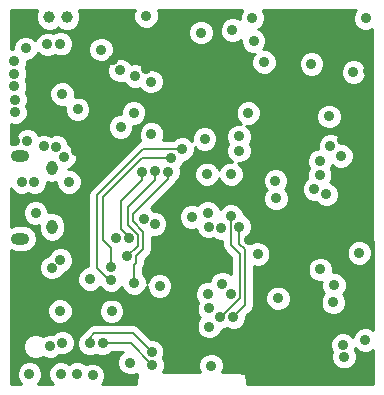
<source format=gbr>
G04 #@! TF.FileFunction,Copper,L3,Inr,Plane*
%FSLAX46Y46*%
G04 Gerber Fmt 4.6, Leading zero omitted, Abs format (unit mm)*
G04 Created by KiCad (PCBNEW (2015-01-16 BZR 5376)-product) date 07/04/2015 12:08:15*
%MOMM*%
G01*
G04 APERTURE LIST*
%ADD10C,0.100000*%
%ADD11O,0.950000X1.250000*%
%ADD12O,1.550000X1.000000*%
%ADD13C,1.000760*%
%ADD14C,0.889000*%
%ADD15C,0.203200*%
%ADD16C,0.254000*%
G04 APERTURE END LIST*
D10*
D11*
X74200000Y-39000000D03*
X74200000Y-34000000D03*
D12*
X71500000Y-40000000D03*
X71500000Y-33000000D03*
D13*
X73950700Y-21250000D03*
X75449300Y-21250000D03*
D14*
X74025000Y-49125000D03*
X97400000Y-36250000D03*
X74175000Y-42450000D03*
X74900000Y-41825000D03*
X75050000Y-48800000D03*
X100700000Y-48600000D03*
X98650000Y-33000000D03*
X78350000Y-24000000D03*
X76350000Y-29050000D03*
X72100000Y-31750000D03*
X75200000Y-33100000D03*
X82150000Y-21150000D03*
X87500000Y-47450000D03*
X87500000Y-45900000D03*
X93300000Y-45050000D03*
X98900000Y-50000000D03*
X96900000Y-42600000D03*
X87100000Y-31550000D03*
X86800000Y-22550000D03*
X92150000Y-25050000D03*
X91150000Y-21300000D03*
X89350000Y-34550000D03*
X75050000Y-27750000D03*
X71950000Y-23900000D03*
X72275000Y-51475000D03*
X74850000Y-46125000D03*
X71625000Y-35200000D03*
X72700000Y-35200000D03*
X100200000Y-41200000D03*
X91600000Y-41300000D03*
X87300000Y-34550000D03*
X87650000Y-50750000D03*
X79225000Y-46150000D03*
X96150000Y-25200000D03*
X96850000Y-33450000D03*
X99700000Y-25900000D03*
X98800000Y-49000000D03*
X75625000Y-35200000D03*
X79625000Y-39975000D03*
X97650000Y-29650000D03*
X89450000Y-22350000D03*
X96400000Y-35800000D03*
X80800000Y-50500000D03*
X100750000Y-21350000D03*
X72800000Y-37825000D03*
X77400000Y-43425000D03*
X96200000Y-48000000D03*
X97200000Y-46600000D03*
X71800000Y-42825000D03*
X72025000Y-43775000D03*
X83200000Y-45900000D03*
X85100000Y-28000000D03*
X100900000Y-25800000D03*
X100300000Y-38400000D03*
X84400000Y-38775000D03*
X93200000Y-23550000D03*
X86750000Y-21200000D03*
X98750000Y-31650000D03*
X83200000Y-47450000D03*
X77400000Y-32550000D03*
X76200000Y-32550000D03*
X71050000Y-31750000D03*
X79350000Y-24850000D03*
X95400000Y-41700000D03*
X98700000Y-41200000D03*
X90900000Y-40125000D03*
X82150000Y-25600000D03*
X86000000Y-38150000D03*
X71050000Y-28250000D03*
X71050000Y-29300000D03*
X73800000Y-23550000D03*
X74900000Y-23500000D03*
X98000000Y-45400000D03*
X98075000Y-43925000D03*
X88500000Y-39125000D03*
X87350000Y-44700000D03*
X89350000Y-44700000D03*
X87450000Y-38975000D03*
X87375000Y-37825000D03*
X82875000Y-38750000D03*
X81950000Y-38300000D03*
X97750000Y-32150000D03*
X96850000Y-34600000D03*
X82600000Y-31150000D03*
X82550000Y-26700000D03*
X80000000Y-30550000D03*
X79950000Y-25750000D03*
X82900000Y-34300000D03*
X80550000Y-41500000D03*
X76300000Y-51450000D03*
X80700000Y-39950000D03*
X81775000Y-34350000D03*
X74925000Y-51450000D03*
X77375000Y-48875000D03*
X82625000Y-49575000D03*
X88400000Y-46625000D03*
X89325000Y-38075000D03*
X81150000Y-43750000D03*
X77625000Y-51575000D03*
X84000000Y-34325000D03*
X90800000Y-29350000D03*
X91250000Y-23250000D03*
X81100000Y-29350000D03*
X81200000Y-26250000D03*
X71000000Y-27100000D03*
X71000000Y-25000000D03*
X71000000Y-26050000D03*
X73500000Y-32200000D03*
X74550000Y-32250000D03*
X88600000Y-43800000D03*
X83300000Y-44000000D03*
X89550000Y-46625000D03*
X82650000Y-50700000D03*
X78475000Y-48875000D03*
X90050000Y-38975000D03*
X79200000Y-42400000D03*
X84300000Y-33200000D03*
X79200000Y-43500000D03*
X85200000Y-32400000D03*
X90000000Y-31350000D03*
X90000000Y-32550000D03*
X93100000Y-35100000D03*
X93150000Y-36600000D03*
D15*
X82900000Y-34300000D02*
X82900000Y-35000000D01*
X82900000Y-35000000D02*
X80600000Y-37300000D01*
X80600000Y-37300000D02*
X80600000Y-38850000D01*
X80600000Y-38850000D02*
X81450000Y-39700000D01*
X81450000Y-39700000D02*
X81450000Y-40600000D01*
X81450000Y-40600000D02*
X80550000Y-41500000D01*
X80050000Y-39200000D02*
X80700000Y-39850000D01*
X80050000Y-36800000D02*
X80050000Y-39200000D01*
X80700000Y-39850000D02*
X80700000Y-39950000D01*
X81775000Y-35075000D02*
X80050000Y-36800000D01*
X81775000Y-34350000D02*
X81775000Y-35075000D01*
X77375000Y-48875000D02*
X77375000Y-48375000D01*
X81050000Y-48000000D02*
X82625000Y-49575000D01*
X77750000Y-48000000D02*
X81050000Y-48000000D01*
X77375000Y-48375000D02*
X77750000Y-48000000D01*
X88500000Y-46625000D02*
X90100000Y-45025000D01*
X90100000Y-45025000D02*
X90100000Y-42575000D01*
X88400000Y-46625000D02*
X88500000Y-46625000D01*
X90100000Y-41300000D02*
X90100000Y-42575000D01*
X89325000Y-40525000D02*
X89325000Y-38075000D01*
X90100000Y-41300000D02*
X89325000Y-40525000D01*
X81325000Y-41500000D02*
X81925000Y-40900000D01*
X81325000Y-41500000D02*
X81325000Y-42025000D01*
X81325000Y-42025000D02*
X81150000Y-42200000D01*
X81150000Y-42200000D02*
X81150000Y-43750000D01*
X84000000Y-34975000D02*
X81050000Y-37925000D01*
X81050000Y-37925000D02*
X81050000Y-38525000D01*
X81925000Y-39400000D02*
X81925000Y-40900000D01*
X81050000Y-38525000D02*
X81925000Y-39400000D01*
X84000000Y-34975000D02*
X84000000Y-34325000D01*
X82650000Y-50675000D02*
X82650000Y-50700000D01*
X78475000Y-48875000D02*
X80850000Y-48875000D01*
X80850000Y-48875000D02*
X82650000Y-50675000D01*
X89550000Y-46625000D02*
X90275000Y-45900000D01*
X90525000Y-45650000D02*
X90525000Y-40900000D01*
X90525000Y-45650000D02*
X90275000Y-45900000D01*
X90050000Y-40425000D02*
X90050000Y-38975000D01*
X90525000Y-40900000D02*
X90050000Y-40425000D01*
X79200000Y-42400000D02*
X79200000Y-40800000D01*
X81800000Y-33200000D02*
X84300000Y-33200000D01*
X78500000Y-36500000D02*
X81800000Y-33200000D01*
X78500000Y-40100000D02*
X78500000Y-36500000D01*
X79200000Y-40800000D02*
X78500000Y-40100000D01*
X79200000Y-43500000D02*
X79000000Y-43500000D01*
X79000000Y-43500000D02*
X78000000Y-42500000D01*
X78000000Y-42500000D02*
X78000000Y-36300000D01*
X78000000Y-36300000D02*
X81900000Y-32400000D01*
X81900000Y-32400000D02*
X85200000Y-32400000D01*
D16*
G36*
X101373000Y-52315000D02*
X94379687Y-52315000D01*
X94379687Y-44836216D01*
X94229687Y-44473188D01*
X94229687Y-36386216D01*
X94065689Y-35989311D01*
X93901687Y-35825023D01*
X94014622Y-35712286D01*
X94179313Y-35315668D01*
X94179687Y-34886216D01*
X94015689Y-34489311D01*
X93712286Y-34185378D01*
X93315668Y-34020687D01*
X92886216Y-34020313D01*
X92489311Y-34184311D01*
X92185378Y-34487714D01*
X92020687Y-34884332D01*
X92020313Y-35313784D01*
X92184311Y-35710689D01*
X92348312Y-35874976D01*
X92235378Y-35987714D01*
X92070687Y-36384332D01*
X92070313Y-36813784D01*
X92234311Y-37210689D01*
X92537714Y-37514622D01*
X92934332Y-37679313D01*
X93363784Y-37679687D01*
X93760689Y-37515689D01*
X94064622Y-37212286D01*
X94229313Y-36815668D01*
X94229687Y-36386216D01*
X94229687Y-44473188D01*
X94215689Y-44439311D01*
X93912286Y-44135378D01*
X93515668Y-43970687D01*
X93086216Y-43970313D01*
X92689311Y-44134311D01*
X92679687Y-44143918D01*
X92679687Y-41086216D01*
X92515689Y-40689311D01*
X92212286Y-40385378D01*
X91879687Y-40247270D01*
X91879687Y-29136216D01*
X91715689Y-28739311D01*
X91412286Y-28435378D01*
X91015668Y-28270687D01*
X90586216Y-28270313D01*
X90189311Y-28434311D01*
X89885378Y-28737714D01*
X89720687Y-29134332D01*
X89720313Y-29563784D01*
X89884311Y-29960689D01*
X90187714Y-30264622D01*
X90202292Y-30270675D01*
X89786216Y-30270313D01*
X89389311Y-30434311D01*
X89085378Y-30737714D01*
X88920687Y-31134332D01*
X88920313Y-31563784D01*
X89080084Y-31950461D01*
X88920687Y-32334332D01*
X88920313Y-32763784D01*
X89084311Y-33160689D01*
X89387714Y-33464622D01*
X89401976Y-33470544D01*
X89136216Y-33470313D01*
X88739311Y-33634311D01*
X88435378Y-33937714D01*
X88324931Y-34203697D01*
X88215689Y-33939311D01*
X88179687Y-33903246D01*
X88179687Y-31336216D01*
X88015689Y-30939311D01*
X87879687Y-30803071D01*
X87879687Y-22336216D01*
X87715689Y-21939311D01*
X87412286Y-21635378D01*
X87015668Y-21470687D01*
X86586216Y-21470313D01*
X86189311Y-21634311D01*
X85885378Y-21937714D01*
X85720687Y-22334332D01*
X85720313Y-22763784D01*
X85884311Y-23160689D01*
X86187714Y-23464622D01*
X86584332Y-23629313D01*
X87013784Y-23629687D01*
X87410689Y-23465689D01*
X87714622Y-23162286D01*
X87879313Y-22765668D01*
X87879687Y-22336216D01*
X87879687Y-30803071D01*
X87712286Y-30635378D01*
X87315668Y-30470687D01*
X86886216Y-30470313D01*
X86489311Y-30634311D01*
X86185378Y-30937714D01*
X86020687Y-31334332D01*
X86020373Y-31693829D01*
X85812286Y-31485378D01*
X85415668Y-31320687D01*
X84986216Y-31320313D01*
X84589311Y-31484311D01*
X84409909Y-31663400D01*
X83555683Y-31663400D01*
X83679313Y-31365668D01*
X83679687Y-30936216D01*
X83629687Y-30815206D01*
X83629687Y-26486216D01*
X83465689Y-26089311D01*
X83162286Y-25785378D01*
X82765668Y-25620687D01*
X82336216Y-25620313D01*
X82141143Y-25700915D01*
X82115689Y-25639311D01*
X81812286Y-25335378D01*
X81415668Y-25170687D01*
X80986216Y-25170313D01*
X80894207Y-25208330D01*
X80865689Y-25139311D01*
X80562286Y-24835378D01*
X80165668Y-24670687D01*
X79736216Y-24670313D01*
X79429687Y-24796968D01*
X79429687Y-23786216D01*
X79265689Y-23389311D01*
X78962286Y-23085378D01*
X78565668Y-22920687D01*
X78136216Y-22920313D01*
X77739311Y-23084311D01*
X77435378Y-23387714D01*
X77270687Y-23784332D01*
X77270313Y-24213784D01*
X77434311Y-24610689D01*
X77737714Y-24914622D01*
X78134332Y-25079313D01*
X78563784Y-25079687D01*
X78960689Y-24915689D01*
X79264622Y-24612286D01*
X79429313Y-24215668D01*
X79429687Y-23786216D01*
X79429687Y-24796968D01*
X79339311Y-24834311D01*
X79035378Y-25137714D01*
X78870687Y-25534332D01*
X78870313Y-25963784D01*
X79034311Y-26360689D01*
X79337714Y-26664622D01*
X79734332Y-26829313D01*
X80163784Y-26829687D01*
X80255792Y-26791669D01*
X80284311Y-26860689D01*
X80587714Y-27164622D01*
X80984332Y-27329313D01*
X81413784Y-27329687D01*
X81608856Y-27249084D01*
X81634311Y-27310689D01*
X81937714Y-27614622D01*
X82334332Y-27779313D01*
X82763784Y-27779687D01*
X83160689Y-27615689D01*
X83464622Y-27312286D01*
X83629313Y-26915668D01*
X83629687Y-26486216D01*
X83629687Y-30815206D01*
X83515689Y-30539311D01*
X83212286Y-30235378D01*
X82815668Y-30070687D01*
X82386216Y-30070313D01*
X82179687Y-30155649D01*
X82179687Y-29136216D01*
X82015689Y-28739311D01*
X81712286Y-28435378D01*
X81315668Y-28270687D01*
X80886216Y-28270313D01*
X80489311Y-28434311D01*
X80185378Y-28737714D01*
X80020687Y-29134332D01*
X80020394Y-29470516D01*
X79786216Y-29470313D01*
X79389311Y-29634311D01*
X79085378Y-29937714D01*
X78920687Y-30334332D01*
X78920313Y-30763784D01*
X79084311Y-31160689D01*
X79387714Y-31464622D01*
X79784332Y-31629313D01*
X80213784Y-31629687D01*
X80610689Y-31465689D01*
X80914622Y-31162286D01*
X81079313Y-30765668D01*
X81079605Y-30429483D01*
X81313784Y-30429687D01*
X81710689Y-30265689D01*
X82014622Y-29962286D01*
X82179313Y-29565668D01*
X82179687Y-29136216D01*
X82179687Y-30155649D01*
X81989311Y-30234311D01*
X81685378Y-30537714D01*
X81520687Y-30934332D01*
X81520313Y-31363784D01*
X81663545Y-31710433D01*
X81618115Y-31719470D01*
X81379145Y-31879145D01*
X77479145Y-35779145D01*
X77429687Y-35853163D01*
X77429687Y-28836216D01*
X77265689Y-28439311D01*
X76962286Y-28135378D01*
X76565668Y-27970687D01*
X76136216Y-27970313D01*
X76125555Y-27974718D01*
X76129313Y-27965668D01*
X76129687Y-27536216D01*
X75965689Y-27139311D01*
X75662286Y-26835378D01*
X75265668Y-26670687D01*
X74836216Y-26670313D01*
X74439311Y-26834311D01*
X74135378Y-27137714D01*
X73970687Y-27534332D01*
X73970313Y-27963784D01*
X74134311Y-28360689D01*
X74437714Y-28664622D01*
X74834332Y-28829313D01*
X75263784Y-28829687D01*
X75274444Y-28825281D01*
X75270687Y-28834332D01*
X75270313Y-29263784D01*
X75434311Y-29660689D01*
X75737714Y-29964622D01*
X76134332Y-30129313D01*
X76563784Y-30129687D01*
X76960689Y-29965689D01*
X77264622Y-29662286D01*
X77429313Y-29265668D01*
X77429687Y-28836216D01*
X77429687Y-35853163D01*
X77319470Y-36018115D01*
X77263400Y-36300000D01*
X77263400Y-42345380D01*
X77186216Y-42345313D01*
X76789311Y-42509311D01*
X76485378Y-42812714D01*
X76320687Y-43209332D01*
X76320313Y-43638784D01*
X76484311Y-44035689D01*
X76787714Y-44339622D01*
X77184332Y-44504313D01*
X77613784Y-44504687D01*
X78010689Y-44340689D01*
X78271689Y-44080143D01*
X78284311Y-44110689D01*
X78587714Y-44414622D01*
X78984332Y-44579313D01*
X79413784Y-44579687D01*
X79810689Y-44415689D01*
X80114622Y-44112286D01*
X80123168Y-44091703D01*
X80234311Y-44360689D01*
X80537714Y-44664622D01*
X80934332Y-44829313D01*
X81363784Y-44829687D01*
X81760689Y-44665689D01*
X82064622Y-44362286D01*
X82220510Y-43986866D01*
X82220313Y-44213784D01*
X82384311Y-44610689D01*
X82687714Y-44914622D01*
X83084332Y-45079313D01*
X83513784Y-45079687D01*
X83910689Y-44915689D01*
X84214622Y-44612286D01*
X84379313Y-44215668D01*
X84379687Y-43786216D01*
X84215689Y-43389311D01*
X83912286Y-43085378D01*
X83515668Y-42920687D01*
X83086216Y-42920313D01*
X82689311Y-43084311D01*
X82385378Y-43387714D01*
X82229489Y-43763133D01*
X82229687Y-43536216D01*
X82065689Y-43139311D01*
X81886600Y-42959909D01*
X81886600Y-42484875D01*
X82005530Y-42306885D01*
X82061600Y-42025000D01*
X82061600Y-41805110D01*
X82445855Y-41420855D01*
X82605530Y-41181885D01*
X82661600Y-40900000D01*
X82661600Y-39829314D01*
X83088784Y-39829687D01*
X83485689Y-39665689D01*
X83789622Y-39362286D01*
X83954313Y-38965668D01*
X83954687Y-38536216D01*
X83790689Y-38139311D01*
X83487286Y-37835378D01*
X83090668Y-37670687D01*
X82846885Y-37670474D01*
X82596778Y-37419931D01*
X84520855Y-35495855D01*
X84680530Y-35256885D01*
X84701853Y-35149683D01*
X84914622Y-34937286D01*
X85079313Y-34540668D01*
X85079687Y-34111216D01*
X85031644Y-33994944D01*
X85214622Y-33812286D01*
X85352751Y-33479633D01*
X85413784Y-33479687D01*
X85810689Y-33315689D01*
X86114622Y-33012286D01*
X86279313Y-32615668D01*
X86279626Y-32256170D01*
X86487714Y-32464622D01*
X86884332Y-32629313D01*
X87313784Y-32629687D01*
X87710689Y-32465689D01*
X88014622Y-32162286D01*
X88179313Y-31765668D01*
X88179687Y-31336216D01*
X88179687Y-33903246D01*
X87912286Y-33635378D01*
X87515668Y-33470687D01*
X87086216Y-33470313D01*
X86689311Y-33634311D01*
X86385378Y-33937714D01*
X86220687Y-34334332D01*
X86220313Y-34763784D01*
X86384311Y-35160689D01*
X86687714Y-35464622D01*
X87084332Y-35629313D01*
X87513784Y-35629687D01*
X87910689Y-35465689D01*
X88214622Y-35162286D01*
X88325068Y-34896302D01*
X88434311Y-35160689D01*
X88737714Y-35464622D01*
X89134332Y-35629313D01*
X89563784Y-35629687D01*
X89960689Y-35465689D01*
X90264622Y-35162286D01*
X90429313Y-34765668D01*
X90429687Y-34336216D01*
X90265689Y-33939311D01*
X89962286Y-33635378D01*
X89948023Y-33629455D01*
X90213784Y-33629687D01*
X90610689Y-33465689D01*
X90914622Y-33162286D01*
X91079313Y-32765668D01*
X91079687Y-32336216D01*
X90919915Y-31949538D01*
X91079313Y-31565668D01*
X91079687Y-31136216D01*
X90915689Y-30739311D01*
X90612286Y-30435378D01*
X90597707Y-30429324D01*
X91013784Y-30429687D01*
X91410689Y-30265689D01*
X91714622Y-29962286D01*
X91879313Y-29565668D01*
X91879687Y-29136216D01*
X91879687Y-40247270D01*
X91815668Y-40220687D01*
X91386216Y-40220313D01*
X91032978Y-40366268D01*
X90786600Y-40119890D01*
X90786600Y-39764997D01*
X90964622Y-39587286D01*
X91129313Y-39190668D01*
X91129687Y-38761216D01*
X90965689Y-38364311D01*
X90662286Y-38060378D01*
X90404606Y-37953379D01*
X90404687Y-37861216D01*
X90240689Y-37464311D01*
X89937286Y-37160378D01*
X89540668Y-36995687D01*
X89111216Y-36995313D01*
X88714311Y-37159311D01*
X88410378Y-37462714D01*
X88401831Y-37483296D01*
X88290689Y-37214311D01*
X87987286Y-36910378D01*
X87590668Y-36745687D01*
X87161216Y-36745313D01*
X86764311Y-36909311D01*
X86488969Y-37184172D01*
X86215668Y-37070687D01*
X85786216Y-37070313D01*
X85389311Y-37234311D01*
X85085378Y-37537714D01*
X84920687Y-37934332D01*
X84920313Y-38363784D01*
X85084311Y-38760689D01*
X85387714Y-39064622D01*
X85784332Y-39229313D01*
X86213784Y-39229687D01*
X86370333Y-39165001D01*
X86370313Y-39188784D01*
X86534311Y-39585689D01*
X86837714Y-39889622D01*
X87234332Y-40054313D01*
X87663784Y-40054687D01*
X87832968Y-39984781D01*
X87887714Y-40039622D01*
X88284332Y-40204313D01*
X88588400Y-40204577D01*
X88588400Y-40525000D01*
X88644470Y-40806885D01*
X88804145Y-41045855D01*
X89363400Y-41605110D01*
X89363400Y-42575000D01*
X89363400Y-43036755D01*
X89212286Y-42885378D01*
X88815668Y-42720687D01*
X88386216Y-42720313D01*
X87989311Y-42884311D01*
X87685378Y-43187714D01*
X87520687Y-43584332D01*
X87520655Y-43620647D01*
X87136216Y-43620313D01*
X86739311Y-43784311D01*
X86435378Y-44087714D01*
X86270687Y-44484332D01*
X86270313Y-44913784D01*
X86434311Y-45310689D01*
X86534261Y-45410814D01*
X86420687Y-45684332D01*
X86420313Y-46113784D01*
X86584311Y-46510689D01*
X86748355Y-46675020D01*
X86585378Y-46837714D01*
X86420687Y-47234332D01*
X86420313Y-47663784D01*
X86584311Y-48060689D01*
X86887714Y-48364622D01*
X87284332Y-48529313D01*
X87713784Y-48529687D01*
X88110689Y-48365689D01*
X88414622Y-48062286D01*
X88563129Y-47704642D01*
X88613784Y-47704687D01*
X88975399Y-47555270D01*
X89334332Y-47704313D01*
X89763784Y-47704687D01*
X90160689Y-47540689D01*
X90464622Y-47237286D01*
X90629313Y-46840668D01*
X90629533Y-46587176D01*
X90795855Y-46420855D01*
X91045855Y-46170855D01*
X91205530Y-45931885D01*
X91261600Y-45650000D01*
X91261600Y-42328349D01*
X91384332Y-42379313D01*
X91813784Y-42379687D01*
X92210689Y-42215689D01*
X92514622Y-41912286D01*
X92679313Y-41515668D01*
X92679687Y-41086216D01*
X92679687Y-44143918D01*
X92385378Y-44437714D01*
X92220687Y-44834332D01*
X92220313Y-45263784D01*
X92384311Y-45660689D01*
X92687714Y-45964622D01*
X93084332Y-46129313D01*
X93513784Y-46129687D01*
X93910689Y-45965689D01*
X94214622Y-45662286D01*
X94379313Y-45265668D01*
X94379687Y-44836216D01*
X94379687Y-52315000D01*
X90685000Y-52315000D01*
X90685000Y-52000000D01*
X90632857Y-51737862D01*
X90627000Y-51729096D01*
X90627000Y-51373000D01*
X90270903Y-51373000D01*
X90262138Y-51367143D01*
X90000000Y-51315000D01*
X88584256Y-51315000D01*
X88729313Y-50965668D01*
X88729687Y-50536216D01*
X88565689Y-50139311D01*
X88262286Y-49835378D01*
X87865668Y-49670687D01*
X87436216Y-49670313D01*
X87039311Y-49834311D01*
X86735378Y-50137714D01*
X86570687Y-50534332D01*
X86570313Y-50963784D01*
X86715432Y-51315000D01*
X83561903Y-51315000D01*
X83564622Y-51312286D01*
X83729313Y-50915668D01*
X83729687Y-50486216D01*
X83572978Y-50106953D01*
X83704313Y-49790668D01*
X83704687Y-49361216D01*
X83540689Y-48964311D01*
X83237286Y-48660378D01*
X82840668Y-48495687D01*
X82587176Y-48495466D01*
X81570855Y-47479145D01*
X81331885Y-47319470D01*
X81050000Y-47263400D01*
X80304687Y-47263400D01*
X80304687Y-45936216D01*
X80140689Y-45539311D01*
X79837286Y-45235378D01*
X79440668Y-45070687D01*
X79011216Y-45070313D01*
X78614311Y-45234311D01*
X78310378Y-45537714D01*
X78145687Y-45934332D01*
X78145313Y-46363784D01*
X78309311Y-46760689D01*
X78612714Y-47064622D01*
X79009332Y-47229313D01*
X79438784Y-47229687D01*
X79835689Y-47065689D01*
X80139622Y-46762286D01*
X80304313Y-46365668D01*
X80304687Y-45936216D01*
X80304687Y-47263400D01*
X77750000Y-47263400D01*
X77468115Y-47319470D01*
X77229145Y-47479145D01*
X76854145Y-47854145D01*
X76791336Y-47948144D01*
X76764311Y-47959311D01*
X76460378Y-48262714D01*
X76295687Y-48659332D01*
X76295313Y-49088784D01*
X76459311Y-49485689D01*
X76762714Y-49789622D01*
X77159332Y-49954313D01*
X77588784Y-49954687D01*
X77925337Y-49815625D01*
X78259332Y-49954313D01*
X78688784Y-49954687D01*
X79085689Y-49790689D01*
X79265090Y-49611600D01*
X80161974Y-49611600D01*
X79885378Y-49887714D01*
X79720687Y-50284332D01*
X79720313Y-50713784D01*
X79884311Y-51110689D01*
X80187714Y-51414622D01*
X80584332Y-51579313D01*
X81013784Y-51579687D01*
X81373000Y-51431261D01*
X81373000Y-51729096D01*
X81367143Y-51737862D01*
X81315000Y-52000000D01*
X81315000Y-52315000D01*
X78411684Y-52315000D01*
X78539622Y-52187286D01*
X78704313Y-51790668D01*
X78704687Y-51361216D01*
X78540689Y-50964311D01*
X78237286Y-50660378D01*
X77840668Y-50495687D01*
X77411216Y-50495313D01*
X77029668Y-50652965D01*
X76912286Y-50535378D01*
X76515668Y-50370687D01*
X76129687Y-50370350D01*
X76129687Y-48586216D01*
X75979687Y-48223188D01*
X75979687Y-41611216D01*
X75815689Y-41214311D01*
X75512286Y-40910378D01*
X75310000Y-40826381D01*
X75310000Y-39174685D01*
X75310000Y-38825315D01*
X75225506Y-38400536D01*
X74984889Y-38040426D01*
X74624779Y-37799809D01*
X74200000Y-37715315D01*
X73879540Y-37779058D01*
X73879687Y-37611216D01*
X73715689Y-37214311D01*
X73412286Y-36910378D01*
X73015668Y-36745687D01*
X72586216Y-36745313D01*
X72189311Y-36909311D01*
X71885378Y-37212714D01*
X71720687Y-37609332D01*
X71720313Y-38038784D01*
X71884311Y-38435689D01*
X72187714Y-38739622D01*
X72584332Y-38904313D01*
X73013784Y-38904687D01*
X73090000Y-38873195D01*
X73090000Y-39174685D01*
X73174494Y-39599464D01*
X73415111Y-39959574D01*
X73775221Y-40200191D01*
X74200000Y-40284685D01*
X74624779Y-40200191D01*
X74984889Y-39959574D01*
X75225506Y-39599464D01*
X75310000Y-39174685D01*
X75310000Y-40826381D01*
X75115668Y-40745687D01*
X74686216Y-40745313D01*
X74289311Y-40909311D01*
X73985378Y-41212714D01*
X73911387Y-41390901D01*
X73564311Y-41534311D01*
X73260378Y-41837714D01*
X73095687Y-42234332D01*
X73095313Y-42663784D01*
X73259311Y-43060689D01*
X73562714Y-43364622D01*
X73959332Y-43529313D01*
X74388784Y-43529687D01*
X74785689Y-43365689D01*
X75089622Y-43062286D01*
X75163612Y-42884098D01*
X75510689Y-42740689D01*
X75814622Y-42437286D01*
X75979313Y-42040668D01*
X75979687Y-41611216D01*
X75979687Y-48223188D01*
X75965689Y-48189311D01*
X75929687Y-48153246D01*
X75929687Y-45911216D01*
X75765689Y-45514311D01*
X75462286Y-45210378D01*
X75065668Y-45045687D01*
X74636216Y-45045313D01*
X74239311Y-45209311D01*
X73935378Y-45512714D01*
X73770687Y-45909332D01*
X73770313Y-46338784D01*
X73934311Y-46735689D01*
X74237714Y-47039622D01*
X74634332Y-47204313D01*
X75063784Y-47204687D01*
X75460689Y-47040689D01*
X75764622Y-46737286D01*
X75929313Y-46340668D01*
X75929687Y-45911216D01*
X75929687Y-48153246D01*
X75662286Y-47885378D01*
X75265668Y-47720687D01*
X74836216Y-47720313D01*
X74439311Y-47884311D01*
X74266788Y-48056533D01*
X74240668Y-48045687D01*
X73811216Y-48045313D01*
X73414311Y-48209311D01*
X73400241Y-48223356D01*
X73387286Y-48210378D01*
X72990668Y-48045687D01*
X72561216Y-48045313D01*
X72164311Y-48209311D01*
X71860378Y-48512714D01*
X71695687Y-48909332D01*
X71695313Y-49338784D01*
X71859311Y-49735689D01*
X72162714Y-50039622D01*
X72559332Y-50204313D01*
X72988784Y-50204687D01*
X73385689Y-50040689D01*
X73399758Y-50026643D01*
X73412714Y-50039622D01*
X73809332Y-50204313D01*
X74238784Y-50204687D01*
X74635689Y-50040689D01*
X74808211Y-49868466D01*
X74834332Y-49879313D01*
X75263784Y-49879687D01*
X75660689Y-49715689D01*
X75964622Y-49412286D01*
X76129313Y-49015668D01*
X76129687Y-48586216D01*
X76129687Y-50370350D01*
X76086216Y-50370313D01*
X75689311Y-50534311D01*
X75612632Y-50610855D01*
X75537286Y-50535378D01*
X75140668Y-50370687D01*
X74711216Y-50370313D01*
X74314311Y-50534311D01*
X74010378Y-50837714D01*
X73845687Y-51234332D01*
X73845313Y-51663784D01*
X74009311Y-52060689D01*
X74263178Y-52315000D01*
X72961510Y-52315000D01*
X73189622Y-52087286D01*
X73354313Y-51690668D01*
X73354687Y-51261216D01*
X73190689Y-50864311D01*
X72887286Y-50560378D01*
X72490668Y-50395687D01*
X72061216Y-50395313D01*
X71664311Y-50559311D01*
X71360378Y-50862714D01*
X71195687Y-51259332D01*
X71195313Y-51688784D01*
X71359311Y-52085689D01*
X71588222Y-52315000D01*
X70685000Y-52315000D01*
X70685000Y-40996464D01*
X70763030Y-41048603D01*
X71197376Y-41135000D01*
X71802624Y-41135000D01*
X72236970Y-41048603D01*
X72605190Y-40802566D01*
X72851227Y-40434346D01*
X72937624Y-40000000D01*
X72851227Y-39565654D01*
X72605190Y-39197434D01*
X72236970Y-38951397D01*
X71802624Y-38865000D01*
X71197376Y-38865000D01*
X70763030Y-38951397D01*
X70685000Y-39003535D01*
X70685000Y-35751851D01*
X70709311Y-35810689D01*
X71012714Y-36114622D01*
X71409332Y-36279313D01*
X71838784Y-36279687D01*
X72162806Y-36145803D01*
X72484332Y-36279313D01*
X72913784Y-36279687D01*
X73310689Y-36115689D01*
X73614622Y-35812286D01*
X73779313Y-35415668D01*
X73779499Y-35201042D01*
X74200000Y-35284685D01*
X74545485Y-35215963D01*
X74545313Y-35413784D01*
X74709311Y-35810689D01*
X75012714Y-36114622D01*
X75409332Y-36279313D01*
X75838784Y-36279687D01*
X76235689Y-36115689D01*
X76539622Y-35812286D01*
X76704313Y-35415668D01*
X76704687Y-34986216D01*
X76540689Y-34589311D01*
X76237286Y-34285378D01*
X75840668Y-34120687D01*
X75557172Y-34120440D01*
X75810689Y-34015689D01*
X76114622Y-33712286D01*
X76279313Y-33315668D01*
X76279687Y-32886216D01*
X76115689Y-32489311D01*
X75812286Y-32185378D01*
X75629623Y-32109529D01*
X75629687Y-32036216D01*
X75465689Y-31639311D01*
X75162286Y-31335378D01*
X74765668Y-31170687D01*
X74336216Y-31170313D01*
X74085079Y-31274080D01*
X73715668Y-31120687D01*
X73286216Y-31120313D01*
X73048434Y-31218562D01*
X73015689Y-31139311D01*
X72712286Y-30835378D01*
X72315668Y-30670687D01*
X71886216Y-30670313D01*
X71489311Y-30834311D01*
X71185378Y-31137714D01*
X71020687Y-31534332D01*
X71020368Y-31900209D01*
X70763030Y-31951397D01*
X70685000Y-32003535D01*
X70685000Y-30317304D01*
X70834332Y-30379313D01*
X71263784Y-30379687D01*
X71660689Y-30215689D01*
X71964622Y-29912286D01*
X72129313Y-29515668D01*
X72129687Y-29086216D01*
X72000981Y-28774724D01*
X72129313Y-28465668D01*
X72129687Y-28036216D01*
X71965689Y-27639311D01*
X71951024Y-27624620D01*
X72079313Y-27315668D01*
X72079687Y-26886216D01*
X71950981Y-26574724D01*
X72079313Y-26265668D01*
X72079687Y-25836216D01*
X71950981Y-25524724D01*
X72079313Y-25215668D01*
X72079518Y-24979613D01*
X72163784Y-24979687D01*
X72560689Y-24815689D01*
X72864622Y-24512286D01*
X72973513Y-24250047D01*
X73187714Y-24464622D01*
X73584332Y-24629313D01*
X74013784Y-24629687D01*
X74410689Y-24465689D01*
X74410691Y-24465686D01*
X74684332Y-24579313D01*
X75113784Y-24579687D01*
X75510689Y-24415689D01*
X75814622Y-24112286D01*
X75979313Y-23715668D01*
X75979687Y-23286216D01*
X75815689Y-22889311D01*
X75512286Y-22585378D01*
X75115668Y-22420687D01*
X74686216Y-22420313D01*
X74289311Y-22584311D01*
X74289308Y-22584313D01*
X74015668Y-22470687D01*
X73586216Y-22470313D01*
X73189311Y-22634311D01*
X72885378Y-22937714D01*
X72776486Y-23199952D01*
X72562286Y-22985378D01*
X72165668Y-22820687D01*
X71736216Y-22820313D01*
X71339311Y-22984311D01*
X71035378Y-23287714D01*
X70870687Y-23684332D01*
X70870481Y-23920386D01*
X70786216Y-23920313D01*
X70685000Y-23962134D01*
X70685000Y-20685000D01*
X72955937Y-20685000D01*
X72815518Y-21023168D01*
X72815124Y-21474850D01*
X72987611Y-21892301D01*
X73306719Y-22211967D01*
X73723868Y-22385182D01*
X74175550Y-22385576D01*
X74593001Y-22213089D01*
X74699906Y-22106370D01*
X74805319Y-22211967D01*
X75222468Y-22385182D01*
X75674150Y-22385576D01*
X76091601Y-22213089D01*
X76411267Y-21893981D01*
X76584482Y-21476832D01*
X76584876Y-21025150D01*
X76444329Y-20685000D01*
X81174219Y-20685000D01*
X81070687Y-20934332D01*
X81070313Y-21363784D01*
X81234311Y-21760689D01*
X81537714Y-22064622D01*
X81934332Y-22229313D01*
X82363784Y-22229687D01*
X82760689Y-22065689D01*
X83064622Y-21762286D01*
X83229313Y-21365668D01*
X83229687Y-20936216D01*
X83125886Y-20685000D01*
X90238096Y-20685000D01*
X90235378Y-20687714D01*
X90070687Y-21084332D01*
X90070374Y-21443480D01*
X90062286Y-21435378D01*
X89665668Y-21270687D01*
X89236216Y-21270313D01*
X88839311Y-21434311D01*
X88535378Y-21737714D01*
X88370687Y-22134332D01*
X88370313Y-22563784D01*
X88534311Y-22960689D01*
X88837714Y-23264622D01*
X89234332Y-23429313D01*
X89663784Y-23429687D01*
X90060689Y-23265689D01*
X90170581Y-23155988D01*
X90170313Y-23463784D01*
X90334311Y-23860689D01*
X90637714Y-24164622D01*
X91034332Y-24329313D01*
X91343698Y-24329582D01*
X91235378Y-24437714D01*
X91070687Y-24834332D01*
X91070313Y-25263784D01*
X91234311Y-25660689D01*
X91537714Y-25964622D01*
X91934332Y-26129313D01*
X92363784Y-26129687D01*
X92760689Y-25965689D01*
X93064622Y-25662286D01*
X93229313Y-25265668D01*
X93229687Y-24836216D01*
X93065689Y-24439311D01*
X92762286Y-24135378D01*
X92365668Y-23970687D01*
X92056301Y-23970417D01*
X92164622Y-23862286D01*
X92329313Y-23465668D01*
X92329687Y-23036216D01*
X92165689Y-22639311D01*
X91862286Y-22335378D01*
X91667136Y-22254344D01*
X91760689Y-22215689D01*
X92064622Y-21912286D01*
X92229313Y-21515668D01*
X92229687Y-21086216D01*
X92065689Y-20689311D01*
X92061385Y-20685000D01*
X99888184Y-20685000D01*
X99835378Y-20737714D01*
X99670687Y-21134332D01*
X99670313Y-21563784D01*
X99834311Y-21960689D01*
X100137714Y-22264622D01*
X100534332Y-22429313D01*
X100963784Y-22429687D01*
X101315000Y-22284567D01*
X101315000Y-40000000D01*
X101367143Y-40262138D01*
X101373000Y-40270903D01*
X101373000Y-47746198D01*
X101312286Y-47685378D01*
X101279687Y-47671841D01*
X101279687Y-40986216D01*
X101115689Y-40589311D01*
X100812286Y-40285378D01*
X100779687Y-40271841D01*
X100779687Y-25686216D01*
X100615689Y-25289311D01*
X100312286Y-24985378D01*
X99915668Y-24820687D01*
X99486216Y-24820313D01*
X99089311Y-24984311D01*
X98785378Y-25287714D01*
X98620687Y-25684332D01*
X98620313Y-26113784D01*
X98784311Y-26510689D01*
X99087714Y-26814622D01*
X99484332Y-26979313D01*
X99913784Y-26979687D01*
X100310689Y-26815689D01*
X100614622Y-26512286D01*
X100779313Y-26115668D01*
X100779687Y-25686216D01*
X100779687Y-40271841D01*
X100415668Y-40120687D01*
X99986216Y-40120313D01*
X99729687Y-40226308D01*
X99729687Y-32786216D01*
X99565689Y-32389311D01*
X99262286Y-32085378D01*
X98865668Y-31920687D01*
X98823255Y-31920650D01*
X98729687Y-31694198D01*
X98729687Y-29436216D01*
X98565689Y-29039311D01*
X98262286Y-28735378D01*
X97865668Y-28570687D01*
X97436216Y-28570313D01*
X97229687Y-28655649D01*
X97229687Y-24986216D01*
X97065689Y-24589311D01*
X96762286Y-24285378D01*
X96365668Y-24120687D01*
X95936216Y-24120313D01*
X95539311Y-24284311D01*
X95235378Y-24587714D01*
X95070687Y-24984332D01*
X95070313Y-25413784D01*
X95234311Y-25810689D01*
X95537714Y-26114622D01*
X95934332Y-26279313D01*
X96363784Y-26279687D01*
X96760689Y-26115689D01*
X97064622Y-25812286D01*
X97229313Y-25415668D01*
X97229687Y-24986216D01*
X97229687Y-28655649D01*
X97039311Y-28734311D01*
X96735378Y-29037714D01*
X96570687Y-29434332D01*
X96570313Y-29863784D01*
X96734311Y-30260689D01*
X97037714Y-30564622D01*
X97434332Y-30729313D01*
X97863784Y-30729687D01*
X98260689Y-30565689D01*
X98564622Y-30262286D01*
X98729313Y-29865668D01*
X98729687Y-29436216D01*
X98729687Y-31694198D01*
X98665689Y-31539311D01*
X98362286Y-31235378D01*
X97965668Y-31070687D01*
X97536216Y-31070313D01*
X97139311Y-31234311D01*
X96835378Y-31537714D01*
X96670687Y-31934332D01*
X96670313Y-32363784D01*
X96673023Y-32370345D01*
X96636216Y-32370313D01*
X96239311Y-32534311D01*
X95935378Y-32837714D01*
X95770687Y-33234332D01*
X95770313Y-33663784D01*
X95919729Y-34025399D01*
X95770687Y-34384332D01*
X95770313Y-34813784D01*
X95797975Y-34880731D01*
X95789311Y-34884311D01*
X95485378Y-35187714D01*
X95320687Y-35584332D01*
X95320313Y-36013784D01*
X95484311Y-36410689D01*
X95787714Y-36714622D01*
X96184332Y-36879313D01*
X96503179Y-36879590D01*
X96787714Y-37164622D01*
X97184332Y-37329313D01*
X97613784Y-37329687D01*
X98010689Y-37165689D01*
X98314622Y-36862286D01*
X98479313Y-36465668D01*
X98479687Y-36036216D01*
X98315689Y-35639311D01*
X98012286Y-35335378D01*
X97750294Y-35226588D01*
X97764622Y-35212286D01*
X97929313Y-34815668D01*
X97929687Y-34386216D01*
X97780270Y-34024600D01*
X97888150Y-33764797D01*
X98037714Y-33914622D01*
X98434332Y-34079313D01*
X98863784Y-34079687D01*
X99260689Y-33915689D01*
X99564622Y-33612286D01*
X99729313Y-33215668D01*
X99729687Y-32786216D01*
X99729687Y-40226308D01*
X99589311Y-40284311D01*
X99285378Y-40587714D01*
X99120687Y-40984332D01*
X99120313Y-41413784D01*
X99284311Y-41810689D01*
X99587714Y-42114622D01*
X99984332Y-42279313D01*
X100413784Y-42279687D01*
X100810689Y-42115689D01*
X101114622Y-41812286D01*
X101279313Y-41415668D01*
X101279687Y-40986216D01*
X101279687Y-47671841D01*
X100915668Y-47520687D01*
X100486216Y-47520313D01*
X100089311Y-47684311D01*
X99785378Y-47987714D01*
X99647135Y-48320637D01*
X99412286Y-48085378D01*
X99154687Y-47978413D01*
X99154687Y-43711216D01*
X98990689Y-43314311D01*
X98687286Y-43010378D01*
X98290668Y-42845687D01*
X97966965Y-42845405D01*
X97979313Y-42815668D01*
X97979687Y-42386216D01*
X97815689Y-41989311D01*
X97512286Y-41685378D01*
X97115668Y-41520687D01*
X96686216Y-41520313D01*
X96289311Y-41684311D01*
X95985378Y-41987714D01*
X95820687Y-42384332D01*
X95820313Y-42813784D01*
X95984311Y-43210689D01*
X96287714Y-43514622D01*
X96684332Y-43679313D01*
X97008034Y-43679594D01*
X96995687Y-43709332D01*
X96995313Y-44138784D01*
X97159311Y-44535689D01*
X97248421Y-44624954D01*
X97085378Y-44787714D01*
X96920687Y-45184332D01*
X96920313Y-45613784D01*
X97084311Y-46010689D01*
X97387714Y-46314622D01*
X97784332Y-46479313D01*
X98213784Y-46479687D01*
X98610689Y-46315689D01*
X98914622Y-46012286D01*
X99079313Y-45615668D01*
X99079687Y-45186216D01*
X98915689Y-44789311D01*
X98826578Y-44700045D01*
X98989622Y-44537286D01*
X99154313Y-44140668D01*
X99154687Y-43711216D01*
X99154687Y-47978413D01*
X99015668Y-47920687D01*
X98586216Y-47920313D01*
X98189311Y-48084311D01*
X97885378Y-48387714D01*
X97720687Y-48784332D01*
X97720313Y-49213784D01*
X97884311Y-49610689D01*
X97890299Y-49616687D01*
X97820687Y-49784332D01*
X97820313Y-50213784D01*
X97984311Y-50610689D01*
X98287714Y-50914622D01*
X98684332Y-51079313D01*
X99113784Y-51079687D01*
X99510689Y-50915689D01*
X99814622Y-50612286D01*
X99979313Y-50215668D01*
X99979687Y-49786216D01*
X99815689Y-49389311D01*
X99809700Y-49383312D01*
X99852864Y-49279362D01*
X100087714Y-49514622D01*
X100484332Y-49679313D01*
X100913784Y-49679687D01*
X101310689Y-49515689D01*
X101373000Y-49453486D01*
X101373000Y-52315000D01*
X101373000Y-52315000D01*
G37*
X101373000Y-52315000D02*
X94379687Y-52315000D01*
X94379687Y-44836216D01*
X94229687Y-44473188D01*
X94229687Y-36386216D01*
X94065689Y-35989311D01*
X93901687Y-35825023D01*
X94014622Y-35712286D01*
X94179313Y-35315668D01*
X94179687Y-34886216D01*
X94015689Y-34489311D01*
X93712286Y-34185378D01*
X93315668Y-34020687D01*
X92886216Y-34020313D01*
X92489311Y-34184311D01*
X92185378Y-34487714D01*
X92020687Y-34884332D01*
X92020313Y-35313784D01*
X92184311Y-35710689D01*
X92348312Y-35874976D01*
X92235378Y-35987714D01*
X92070687Y-36384332D01*
X92070313Y-36813784D01*
X92234311Y-37210689D01*
X92537714Y-37514622D01*
X92934332Y-37679313D01*
X93363784Y-37679687D01*
X93760689Y-37515689D01*
X94064622Y-37212286D01*
X94229313Y-36815668D01*
X94229687Y-36386216D01*
X94229687Y-44473188D01*
X94215689Y-44439311D01*
X93912286Y-44135378D01*
X93515668Y-43970687D01*
X93086216Y-43970313D01*
X92689311Y-44134311D01*
X92679687Y-44143918D01*
X92679687Y-41086216D01*
X92515689Y-40689311D01*
X92212286Y-40385378D01*
X91879687Y-40247270D01*
X91879687Y-29136216D01*
X91715689Y-28739311D01*
X91412286Y-28435378D01*
X91015668Y-28270687D01*
X90586216Y-28270313D01*
X90189311Y-28434311D01*
X89885378Y-28737714D01*
X89720687Y-29134332D01*
X89720313Y-29563784D01*
X89884311Y-29960689D01*
X90187714Y-30264622D01*
X90202292Y-30270675D01*
X89786216Y-30270313D01*
X89389311Y-30434311D01*
X89085378Y-30737714D01*
X88920687Y-31134332D01*
X88920313Y-31563784D01*
X89080084Y-31950461D01*
X88920687Y-32334332D01*
X88920313Y-32763784D01*
X89084311Y-33160689D01*
X89387714Y-33464622D01*
X89401976Y-33470544D01*
X89136216Y-33470313D01*
X88739311Y-33634311D01*
X88435378Y-33937714D01*
X88324931Y-34203697D01*
X88215689Y-33939311D01*
X88179687Y-33903246D01*
X88179687Y-31336216D01*
X88015689Y-30939311D01*
X87879687Y-30803071D01*
X87879687Y-22336216D01*
X87715689Y-21939311D01*
X87412286Y-21635378D01*
X87015668Y-21470687D01*
X86586216Y-21470313D01*
X86189311Y-21634311D01*
X85885378Y-21937714D01*
X85720687Y-22334332D01*
X85720313Y-22763784D01*
X85884311Y-23160689D01*
X86187714Y-23464622D01*
X86584332Y-23629313D01*
X87013784Y-23629687D01*
X87410689Y-23465689D01*
X87714622Y-23162286D01*
X87879313Y-22765668D01*
X87879687Y-22336216D01*
X87879687Y-30803071D01*
X87712286Y-30635378D01*
X87315668Y-30470687D01*
X86886216Y-30470313D01*
X86489311Y-30634311D01*
X86185378Y-30937714D01*
X86020687Y-31334332D01*
X86020373Y-31693829D01*
X85812286Y-31485378D01*
X85415668Y-31320687D01*
X84986216Y-31320313D01*
X84589311Y-31484311D01*
X84409909Y-31663400D01*
X83555683Y-31663400D01*
X83679313Y-31365668D01*
X83679687Y-30936216D01*
X83629687Y-30815206D01*
X83629687Y-26486216D01*
X83465689Y-26089311D01*
X83162286Y-25785378D01*
X82765668Y-25620687D01*
X82336216Y-25620313D01*
X82141143Y-25700915D01*
X82115689Y-25639311D01*
X81812286Y-25335378D01*
X81415668Y-25170687D01*
X80986216Y-25170313D01*
X80894207Y-25208330D01*
X80865689Y-25139311D01*
X80562286Y-24835378D01*
X80165668Y-24670687D01*
X79736216Y-24670313D01*
X79429687Y-24796968D01*
X79429687Y-23786216D01*
X79265689Y-23389311D01*
X78962286Y-23085378D01*
X78565668Y-22920687D01*
X78136216Y-22920313D01*
X77739311Y-23084311D01*
X77435378Y-23387714D01*
X77270687Y-23784332D01*
X77270313Y-24213784D01*
X77434311Y-24610689D01*
X77737714Y-24914622D01*
X78134332Y-25079313D01*
X78563784Y-25079687D01*
X78960689Y-24915689D01*
X79264622Y-24612286D01*
X79429313Y-24215668D01*
X79429687Y-23786216D01*
X79429687Y-24796968D01*
X79339311Y-24834311D01*
X79035378Y-25137714D01*
X78870687Y-25534332D01*
X78870313Y-25963784D01*
X79034311Y-26360689D01*
X79337714Y-26664622D01*
X79734332Y-26829313D01*
X80163784Y-26829687D01*
X80255792Y-26791669D01*
X80284311Y-26860689D01*
X80587714Y-27164622D01*
X80984332Y-27329313D01*
X81413784Y-27329687D01*
X81608856Y-27249084D01*
X81634311Y-27310689D01*
X81937714Y-27614622D01*
X82334332Y-27779313D01*
X82763784Y-27779687D01*
X83160689Y-27615689D01*
X83464622Y-27312286D01*
X83629313Y-26915668D01*
X83629687Y-26486216D01*
X83629687Y-30815206D01*
X83515689Y-30539311D01*
X83212286Y-30235378D01*
X82815668Y-30070687D01*
X82386216Y-30070313D01*
X82179687Y-30155649D01*
X82179687Y-29136216D01*
X82015689Y-28739311D01*
X81712286Y-28435378D01*
X81315668Y-28270687D01*
X80886216Y-28270313D01*
X80489311Y-28434311D01*
X80185378Y-28737714D01*
X80020687Y-29134332D01*
X80020394Y-29470516D01*
X79786216Y-29470313D01*
X79389311Y-29634311D01*
X79085378Y-29937714D01*
X78920687Y-30334332D01*
X78920313Y-30763784D01*
X79084311Y-31160689D01*
X79387714Y-31464622D01*
X79784332Y-31629313D01*
X80213784Y-31629687D01*
X80610689Y-31465689D01*
X80914622Y-31162286D01*
X81079313Y-30765668D01*
X81079605Y-30429483D01*
X81313784Y-30429687D01*
X81710689Y-30265689D01*
X82014622Y-29962286D01*
X82179313Y-29565668D01*
X82179687Y-29136216D01*
X82179687Y-30155649D01*
X81989311Y-30234311D01*
X81685378Y-30537714D01*
X81520687Y-30934332D01*
X81520313Y-31363784D01*
X81663545Y-31710433D01*
X81618115Y-31719470D01*
X81379145Y-31879145D01*
X77479145Y-35779145D01*
X77429687Y-35853163D01*
X77429687Y-28836216D01*
X77265689Y-28439311D01*
X76962286Y-28135378D01*
X76565668Y-27970687D01*
X76136216Y-27970313D01*
X76125555Y-27974718D01*
X76129313Y-27965668D01*
X76129687Y-27536216D01*
X75965689Y-27139311D01*
X75662286Y-26835378D01*
X75265668Y-26670687D01*
X74836216Y-26670313D01*
X74439311Y-26834311D01*
X74135378Y-27137714D01*
X73970687Y-27534332D01*
X73970313Y-27963784D01*
X74134311Y-28360689D01*
X74437714Y-28664622D01*
X74834332Y-28829313D01*
X75263784Y-28829687D01*
X75274444Y-28825281D01*
X75270687Y-28834332D01*
X75270313Y-29263784D01*
X75434311Y-29660689D01*
X75737714Y-29964622D01*
X76134332Y-30129313D01*
X76563784Y-30129687D01*
X76960689Y-29965689D01*
X77264622Y-29662286D01*
X77429313Y-29265668D01*
X77429687Y-28836216D01*
X77429687Y-35853163D01*
X77319470Y-36018115D01*
X77263400Y-36300000D01*
X77263400Y-42345380D01*
X77186216Y-42345313D01*
X76789311Y-42509311D01*
X76485378Y-42812714D01*
X76320687Y-43209332D01*
X76320313Y-43638784D01*
X76484311Y-44035689D01*
X76787714Y-44339622D01*
X77184332Y-44504313D01*
X77613784Y-44504687D01*
X78010689Y-44340689D01*
X78271689Y-44080143D01*
X78284311Y-44110689D01*
X78587714Y-44414622D01*
X78984332Y-44579313D01*
X79413784Y-44579687D01*
X79810689Y-44415689D01*
X80114622Y-44112286D01*
X80123168Y-44091703D01*
X80234311Y-44360689D01*
X80537714Y-44664622D01*
X80934332Y-44829313D01*
X81363784Y-44829687D01*
X81760689Y-44665689D01*
X82064622Y-44362286D01*
X82220510Y-43986866D01*
X82220313Y-44213784D01*
X82384311Y-44610689D01*
X82687714Y-44914622D01*
X83084332Y-45079313D01*
X83513784Y-45079687D01*
X83910689Y-44915689D01*
X84214622Y-44612286D01*
X84379313Y-44215668D01*
X84379687Y-43786216D01*
X84215689Y-43389311D01*
X83912286Y-43085378D01*
X83515668Y-42920687D01*
X83086216Y-42920313D01*
X82689311Y-43084311D01*
X82385378Y-43387714D01*
X82229489Y-43763133D01*
X82229687Y-43536216D01*
X82065689Y-43139311D01*
X81886600Y-42959909D01*
X81886600Y-42484875D01*
X82005530Y-42306885D01*
X82061600Y-42025000D01*
X82061600Y-41805110D01*
X82445855Y-41420855D01*
X82605530Y-41181885D01*
X82661600Y-40900000D01*
X82661600Y-39829314D01*
X83088784Y-39829687D01*
X83485689Y-39665689D01*
X83789622Y-39362286D01*
X83954313Y-38965668D01*
X83954687Y-38536216D01*
X83790689Y-38139311D01*
X83487286Y-37835378D01*
X83090668Y-37670687D01*
X82846885Y-37670474D01*
X82596778Y-37419931D01*
X84520855Y-35495855D01*
X84680530Y-35256885D01*
X84701853Y-35149683D01*
X84914622Y-34937286D01*
X85079313Y-34540668D01*
X85079687Y-34111216D01*
X85031644Y-33994944D01*
X85214622Y-33812286D01*
X85352751Y-33479633D01*
X85413784Y-33479687D01*
X85810689Y-33315689D01*
X86114622Y-33012286D01*
X86279313Y-32615668D01*
X86279626Y-32256170D01*
X86487714Y-32464622D01*
X86884332Y-32629313D01*
X87313784Y-32629687D01*
X87710689Y-32465689D01*
X88014622Y-32162286D01*
X88179313Y-31765668D01*
X88179687Y-31336216D01*
X88179687Y-33903246D01*
X87912286Y-33635378D01*
X87515668Y-33470687D01*
X87086216Y-33470313D01*
X86689311Y-33634311D01*
X86385378Y-33937714D01*
X86220687Y-34334332D01*
X86220313Y-34763784D01*
X86384311Y-35160689D01*
X86687714Y-35464622D01*
X87084332Y-35629313D01*
X87513784Y-35629687D01*
X87910689Y-35465689D01*
X88214622Y-35162286D01*
X88325068Y-34896302D01*
X88434311Y-35160689D01*
X88737714Y-35464622D01*
X89134332Y-35629313D01*
X89563784Y-35629687D01*
X89960689Y-35465689D01*
X90264622Y-35162286D01*
X90429313Y-34765668D01*
X90429687Y-34336216D01*
X90265689Y-33939311D01*
X89962286Y-33635378D01*
X89948023Y-33629455D01*
X90213784Y-33629687D01*
X90610689Y-33465689D01*
X90914622Y-33162286D01*
X91079313Y-32765668D01*
X91079687Y-32336216D01*
X90919915Y-31949538D01*
X91079313Y-31565668D01*
X91079687Y-31136216D01*
X90915689Y-30739311D01*
X90612286Y-30435378D01*
X90597707Y-30429324D01*
X91013784Y-30429687D01*
X91410689Y-30265689D01*
X91714622Y-29962286D01*
X91879313Y-29565668D01*
X91879687Y-29136216D01*
X91879687Y-40247270D01*
X91815668Y-40220687D01*
X91386216Y-40220313D01*
X91032978Y-40366268D01*
X90786600Y-40119890D01*
X90786600Y-39764997D01*
X90964622Y-39587286D01*
X91129313Y-39190668D01*
X91129687Y-38761216D01*
X90965689Y-38364311D01*
X90662286Y-38060378D01*
X90404606Y-37953379D01*
X90404687Y-37861216D01*
X90240689Y-37464311D01*
X89937286Y-37160378D01*
X89540668Y-36995687D01*
X89111216Y-36995313D01*
X88714311Y-37159311D01*
X88410378Y-37462714D01*
X88401831Y-37483296D01*
X88290689Y-37214311D01*
X87987286Y-36910378D01*
X87590668Y-36745687D01*
X87161216Y-36745313D01*
X86764311Y-36909311D01*
X86488969Y-37184172D01*
X86215668Y-37070687D01*
X85786216Y-37070313D01*
X85389311Y-37234311D01*
X85085378Y-37537714D01*
X84920687Y-37934332D01*
X84920313Y-38363784D01*
X85084311Y-38760689D01*
X85387714Y-39064622D01*
X85784332Y-39229313D01*
X86213784Y-39229687D01*
X86370333Y-39165001D01*
X86370313Y-39188784D01*
X86534311Y-39585689D01*
X86837714Y-39889622D01*
X87234332Y-40054313D01*
X87663784Y-40054687D01*
X87832968Y-39984781D01*
X87887714Y-40039622D01*
X88284332Y-40204313D01*
X88588400Y-40204577D01*
X88588400Y-40525000D01*
X88644470Y-40806885D01*
X88804145Y-41045855D01*
X89363400Y-41605110D01*
X89363400Y-42575000D01*
X89363400Y-43036755D01*
X89212286Y-42885378D01*
X88815668Y-42720687D01*
X88386216Y-42720313D01*
X87989311Y-42884311D01*
X87685378Y-43187714D01*
X87520687Y-43584332D01*
X87520655Y-43620647D01*
X87136216Y-43620313D01*
X86739311Y-43784311D01*
X86435378Y-44087714D01*
X86270687Y-44484332D01*
X86270313Y-44913784D01*
X86434311Y-45310689D01*
X86534261Y-45410814D01*
X86420687Y-45684332D01*
X86420313Y-46113784D01*
X86584311Y-46510689D01*
X86748355Y-46675020D01*
X86585378Y-46837714D01*
X86420687Y-47234332D01*
X86420313Y-47663784D01*
X86584311Y-48060689D01*
X86887714Y-48364622D01*
X87284332Y-48529313D01*
X87713784Y-48529687D01*
X88110689Y-48365689D01*
X88414622Y-48062286D01*
X88563129Y-47704642D01*
X88613784Y-47704687D01*
X88975399Y-47555270D01*
X89334332Y-47704313D01*
X89763784Y-47704687D01*
X90160689Y-47540689D01*
X90464622Y-47237286D01*
X90629313Y-46840668D01*
X90629533Y-46587176D01*
X90795855Y-46420855D01*
X91045855Y-46170855D01*
X91205530Y-45931885D01*
X91261600Y-45650000D01*
X91261600Y-42328349D01*
X91384332Y-42379313D01*
X91813784Y-42379687D01*
X92210689Y-42215689D01*
X92514622Y-41912286D01*
X92679313Y-41515668D01*
X92679687Y-41086216D01*
X92679687Y-44143918D01*
X92385378Y-44437714D01*
X92220687Y-44834332D01*
X92220313Y-45263784D01*
X92384311Y-45660689D01*
X92687714Y-45964622D01*
X93084332Y-46129313D01*
X93513784Y-46129687D01*
X93910689Y-45965689D01*
X94214622Y-45662286D01*
X94379313Y-45265668D01*
X94379687Y-44836216D01*
X94379687Y-52315000D01*
X90685000Y-52315000D01*
X90685000Y-52000000D01*
X90632857Y-51737862D01*
X90627000Y-51729096D01*
X90627000Y-51373000D01*
X90270903Y-51373000D01*
X90262138Y-51367143D01*
X90000000Y-51315000D01*
X88584256Y-51315000D01*
X88729313Y-50965668D01*
X88729687Y-50536216D01*
X88565689Y-50139311D01*
X88262286Y-49835378D01*
X87865668Y-49670687D01*
X87436216Y-49670313D01*
X87039311Y-49834311D01*
X86735378Y-50137714D01*
X86570687Y-50534332D01*
X86570313Y-50963784D01*
X86715432Y-51315000D01*
X83561903Y-51315000D01*
X83564622Y-51312286D01*
X83729313Y-50915668D01*
X83729687Y-50486216D01*
X83572978Y-50106953D01*
X83704313Y-49790668D01*
X83704687Y-49361216D01*
X83540689Y-48964311D01*
X83237286Y-48660378D01*
X82840668Y-48495687D01*
X82587176Y-48495466D01*
X81570855Y-47479145D01*
X81331885Y-47319470D01*
X81050000Y-47263400D01*
X80304687Y-47263400D01*
X80304687Y-45936216D01*
X80140689Y-45539311D01*
X79837286Y-45235378D01*
X79440668Y-45070687D01*
X79011216Y-45070313D01*
X78614311Y-45234311D01*
X78310378Y-45537714D01*
X78145687Y-45934332D01*
X78145313Y-46363784D01*
X78309311Y-46760689D01*
X78612714Y-47064622D01*
X79009332Y-47229313D01*
X79438784Y-47229687D01*
X79835689Y-47065689D01*
X80139622Y-46762286D01*
X80304313Y-46365668D01*
X80304687Y-45936216D01*
X80304687Y-47263400D01*
X77750000Y-47263400D01*
X77468115Y-47319470D01*
X77229145Y-47479145D01*
X76854145Y-47854145D01*
X76791336Y-47948144D01*
X76764311Y-47959311D01*
X76460378Y-48262714D01*
X76295687Y-48659332D01*
X76295313Y-49088784D01*
X76459311Y-49485689D01*
X76762714Y-49789622D01*
X77159332Y-49954313D01*
X77588784Y-49954687D01*
X77925337Y-49815625D01*
X78259332Y-49954313D01*
X78688784Y-49954687D01*
X79085689Y-49790689D01*
X79265090Y-49611600D01*
X80161974Y-49611600D01*
X79885378Y-49887714D01*
X79720687Y-50284332D01*
X79720313Y-50713784D01*
X79884311Y-51110689D01*
X80187714Y-51414622D01*
X80584332Y-51579313D01*
X81013784Y-51579687D01*
X81373000Y-51431261D01*
X81373000Y-51729096D01*
X81367143Y-51737862D01*
X81315000Y-52000000D01*
X81315000Y-52315000D01*
X78411684Y-52315000D01*
X78539622Y-52187286D01*
X78704313Y-51790668D01*
X78704687Y-51361216D01*
X78540689Y-50964311D01*
X78237286Y-50660378D01*
X77840668Y-50495687D01*
X77411216Y-50495313D01*
X77029668Y-50652965D01*
X76912286Y-50535378D01*
X76515668Y-50370687D01*
X76129687Y-50370350D01*
X76129687Y-48586216D01*
X75979687Y-48223188D01*
X75979687Y-41611216D01*
X75815689Y-41214311D01*
X75512286Y-40910378D01*
X75310000Y-40826381D01*
X75310000Y-39174685D01*
X75310000Y-38825315D01*
X75225506Y-38400536D01*
X74984889Y-38040426D01*
X74624779Y-37799809D01*
X74200000Y-37715315D01*
X73879540Y-37779058D01*
X73879687Y-37611216D01*
X73715689Y-37214311D01*
X73412286Y-36910378D01*
X73015668Y-36745687D01*
X72586216Y-36745313D01*
X72189311Y-36909311D01*
X71885378Y-37212714D01*
X71720687Y-37609332D01*
X71720313Y-38038784D01*
X71884311Y-38435689D01*
X72187714Y-38739622D01*
X72584332Y-38904313D01*
X73013784Y-38904687D01*
X73090000Y-38873195D01*
X73090000Y-39174685D01*
X73174494Y-39599464D01*
X73415111Y-39959574D01*
X73775221Y-40200191D01*
X74200000Y-40284685D01*
X74624779Y-40200191D01*
X74984889Y-39959574D01*
X75225506Y-39599464D01*
X75310000Y-39174685D01*
X75310000Y-40826381D01*
X75115668Y-40745687D01*
X74686216Y-40745313D01*
X74289311Y-40909311D01*
X73985378Y-41212714D01*
X73911387Y-41390901D01*
X73564311Y-41534311D01*
X73260378Y-41837714D01*
X73095687Y-42234332D01*
X73095313Y-42663784D01*
X73259311Y-43060689D01*
X73562714Y-43364622D01*
X73959332Y-43529313D01*
X74388784Y-43529687D01*
X74785689Y-43365689D01*
X75089622Y-43062286D01*
X75163612Y-42884098D01*
X75510689Y-42740689D01*
X75814622Y-42437286D01*
X75979313Y-42040668D01*
X75979687Y-41611216D01*
X75979687Y-48223188D01*
X75965689Y-48189311D01*
X75929687Y-48153246D01*
X75929687Y-45911216D01*
X75765689Y-45514311D01*
X75462286Y-45210378D01*
X75065668Y-45045687D01*
X74636216Y-45045313D01*
X74239311Y-45209311D01*
X73935378Y-45512714D01*
X73770687Y-45909332D01*
X73770313Y-46338784D01*
X73934311Y-46735689D01*
X74237714Y-47039622D01*
X74634332Y-47204313D01*
X75063784Y-47204687D01*
X75460689Y-47040689D01*
X75764622Y-46737286D01*
X75929313Y-46340668D01*
X75929687Y-45911216D01*
X75929687Y-48153246D01*
X75662286Y-47885378D01*
X75265668Y-47720687D01*
X74836216Y-47720313D01*
X74439311Y-47884311D01*
X74266788Y-48056533D01*
X74240668Y-48045687D01*
X73811216Y-48045313D01*
X73414311Y-48209311D01*
X73400241Y-48223356D01*
X73387286Y-48210378D01*
X72990668Y-48045687D01*
X72561216Y-48045313D01*
X72164311Y-48209311D01*
X71860378Y-48512714D01*
X71695687Y-48909332D01*
X71695313Y-49338784D01*
X71859311Y-49735689D01*
X72162714Y-50039622D01*
X72559332Y-50204313D01*
X72988784Y-50204687D01*
X73385689Y-50040689D01*
X73399758Y-50026643D01*
X73412714Y-50039622D01*
X73809332Y-50204313D01*
X74238784Y-50204687D01*
X74635689Y-50040689D01*
X74808211Y-49868466D01*
X74834332Y-49879313D01*
X75263784Y-49879687D01*
X75660689Y-49715689D01*
X75964622Y-49412286D01*
X76129313Y-49015668D01*
X76129687Y-48586216D01*
X76129687Y-50370350D01*
X76086216Y-50370313D01*
X75689311Y-50534311D01*
X75612632Y-50610855D01*
X75537286Y-50535378D01*
X75140668Y-50370687D01*
X74711216Y-50370313D01*
X74314311Y-50534311D01*
X74010378Y-50837714D01*
X73845687Y-51234332D01*
X73845313Y-51663784D01*
X74009311Y-52060689D01*
X74263178Y-52315000D01*
X72961510Y-52315000D01*
X73189622Y-52087286D01*
X73354313Y-51690668D01*
X73354687Y-51261216D01*
X73190689Y-50864311D01*
X72887286Y-50560378D01*
X72490668Y-50395687D01*
X72061216Y-50395313D01*
X71664311Y-50559311D01*
X71360378Y-50862714D01*
X71195687Y-51259332D01*
X71195313Y-51688784D01*
X71359311Y-52085689D01*
X71588222Y-52315000D01*
X70685000Y-52315000D01*
X70685000Y-40996464D01*
X70763030Y-41048603D01*
X71197376Y-41135000D01*
X71802624Y-41135000D01*
X72236970Y-41048603D01*
X72605190Y-40802566D01*
X72851227Y-40434346D01*
X72937624Y-40000000D01*
X72851227Y-39565654D01*
X72605190Y-39197434D01*
X72236970Y-38951397D01*
X71802624Y-38865000D01*
X71197376Y-38865000D01*
X70763030Y-38951397D01*
X70685000Y-39003535D01*
X70685000Y-35751851D01*
X70709311Y-35810689D01*
X71012714Y-36114622D01*
X71409332Y-36279313D01*
X71838784Y-36279687D01*
X72162806Y-36145803D01*
X72484332Y-36279313D01*
X72913784Y-36279687D01*
X73310689Y-36115689D01*
X73614622Y-35812286D01*
X73779313Y-35415668D01*
X73779499Y-35201042D01*
X74200000Y-35284685D01*
X74545485Y-35215963D01*
X74545313Y-35413784D01*
X74709311Y-35810689D01*
X75012714Y-36114622D01*
X75409332Y-36279313D01*
X75838784Y-36279687D01*
X76235689Y-36115689D01*
X76539622Y-35812286D01*
X76704313Y-35415668D01*
X76704687Y-34986216D01*
X76540689Y-34589311D01*
X76237286Y-34285378D01*
X75840668Y-34120687D01*
X75557172Y-34120440D01*
X75810689Y-34015689D01*
X76114622Y-33712286D01*
X76279313Y-33315668D01*
X76279687Y-32886216D01*
X76115689Y-32489311D01*
X75812286Y-32185378D01*
X75629623Y-32109529D01*
X75629687Y-32036216D01*
X75465689Y-31639311D01*
X75162286Y-31335378D01*
X74765668Y-31170687D01*
X74336216Y-31170313D01*
X74085079Y-31274080D01*
X73715668Y-31120687D01*
X73286216Y-31120313D01*
X73048434Y-31218562D01*
X73015689Y-31139311D01*
X72712286Y-30835378D01*
X72315668Y-30670687D01*
X71886216Y-30670313D01*
X71489311Y-30834311D01*
X71185378Y-31137714D01*
X71020687Y-31534332D01*
X71020368Y-31900209D01*
X70763030Y-31951397D01*
X70685000Y-32003535D01*
X70685000Y-30317304D01*
X70834332Y-30379313D01*
X71263784Y-30379687D01*
X71660689Y-30215689D01*
X71964622Y-29912286D01*
X72129313Y-29515668D01*
X72129687Y-29086216D01*
X72000981Y-28774724D01*
X72129313Y-28465668D01*
X72129687Y-28036216D01*
X71965689Y-27639311D01*
X71951024Y-27624620D01*
X72079313Y-27315668D01*
X72079687Y-26886216D01*
X71950981Y-26574724D01*
X72079313Y-26265668D01*
X72079687Y-25836216D01*
X71950981Y-25524724D01*
X72079313Y-25215668D01*
X72079518Y-24979613D01*
X72163784Y-24979687D01*
X72560689Y-24815689D01*
X72864622Y-24512286D01*
X72973513Y-24250047D01*
X73187714Y-24464622D01*
X73584332Y-24629313D01*
X74013784Y-24629687D01*
X74410689Y-24465689D01*
X74410691Y-24465686D01*
X74684332Y-24579313D01*
X75113784Y-24579687D01*
X75510689Y-24415689D01*
X75814622Y-24112286D01*
X75979313Y-23715668D01*
X75979687Y-23286216D01*
X75815689Y-22889311D01*
X75512286Y-22585378D01*
X75115668Y-22420687D01*
X74686216Y-22420313D01*
X74289311Y-22584311D01*
X74289308Y-22584313D01*
X74015668Y-22470687D01*
X73586216Y-22470313D01*
X73189311Y-22634311D01*
X72885378Y-22937714D01*
X72776486Y-23199952D01*
X72562286Y-22985378D01*
X72165668Y-22820687D01*
X71736216Y-22820313D01*
X71339311Y-22984311D01*
X71035378Y-23287714D01*
X70870687Y-23684332D01*
X70870481Y-23920386D01*
X70786216Y-23920313D01*
X70685000Y-23962134D01*
X70685000Y-20685000D01*
X72955937Y-20685000D01*
X72815518Y-21023168D01*
X72815124Y-21474850D01*
X72987611Y-21892301D01*
X73306719Y-22211967D01*
X73723868Y-22385182D01*
X74175550Y-22385576D01*
X74593001Y-22213089D01*
X74699906Y-22106370D01*
X74805319Y-22211967D01*
X75222468Y-22385182D01*
X75674150Y-22385576D01*
X76091601Y-22213089D01*
X76411267Y-21893981D01*
X76584482Y-21476832D01*
X76584876Y-21025150D01*
X76444329Y-20685000D01*
X81174219Y-20685000D01*
X81070687Y-20934332D01*
X81070313Y-21363784D01*
X81234311Y-21760689D01*
X81537714Y-22064622D01*
X81934332Y-22229313D01*
X82363784Y-22229687D01*
X82760689Y-22065689D01*
X83064622Y-21762286D01*
X83229313Y-21365668D01*
X83229687Y-20936216D01*
X83125886Y-20685000D01*
X90238096Y-20685000D01*
X90235378Y-20687714D01*
X90070687Y-21084332D01*
X90070374Y-21443480D01*
X90062286Y-21435378D01*
X89665668Y-21270687D01*
X89236216Y-21270313D01*
X88839311Y-21434311D01*
X88535378Y-21737714D01*
X88370687Y-22134332D01*
X88370313Y-22563784D01*
X88534311Y-22960689D01*
X88837714Y-23264622D01*
X89234332Y-23429313D01*
X89663784Y-23429687D01*
X90060689Y-23265689D01*
X90170581Y-23155988D01*
X90170313Y-23463784D01*
X90334311Y-23860689D01*
X90637714Y-24164622D01*
X91034332Y-24329313D01*
X91343698Y-24329582D01*
X91235378Y-24437714D01*
X91070687Y-24834332D01*
X91070313Y-25263784D01*
X91234311Y-25660689D01*
X91537714Y-25964622D01*
X91934332Y-26129313D01*
X92363784Y-26129687D01*
X92760689Y-25965689D01*
X93064622Y-25662286D01*
X93229313Y-25265668D01*
X93229687Y-24836216D01*
X93065689Y-24439311D01*
X92762286Y-24135378D01*
X92365668Y-23970687D01*
X92056301Y-23970417D01*
X92164622Y-23862286D01*
X92329313Y-23465668D01*
X92329687Y-23036216D01*
X92165689Y-22639311D01*
X91862286Y-22335378D01*
X91667136Y-22254344D01*
X91760689Y-22215689D01*
X92064622Y-21912286D01*
X92229313Y-21515668D01*
X92229687Y-21086216D01*
X92065689Y-20689311D01*
X92061385Y-20685000D01*
X99888184Y-20685000D01*
X99835378Y-20737714D01*
X99670687Y-21134332D01*
X99670313Y-21563784D01*
X99834311Y-21960689D01*
X100137714Y-22264622D01*
X100534332Y-22429313D01*
X100963784Y-22429687D01*
X101315000Y-22284567D01*
X101315000Y-40000000D01*
X101367143Y-40262138D01*
X101373000Y-40270903D01*
X101373000Y-47746198D01*
X101312286Y-47685378D01*
X101279687Y-47671841D01*
X101279687Y-40986216D01*
X101115689Y-40589311D01*
X100812286Y-40285378D01*
X100779687Y-40271841D01*
X100779687Y-25686216D01*
X100615689Y-25289311D01*
X100312286Y-24985378D01*
X99915668Y-24820687D01*
X99486216Y-24820313D01*
X99089311Y-24984311D01*
X98785378Y-25287714D01*
X98620687Y-25684332D01*
X98620313Y-26113784D01*
X98784311Y-26510689D01*
X99087714Y-26814622D01*
X99484332Y-26979313D01*
X99913784Y-26979687D01*
X100310689Y-26815689D01*
X100614622Y-26512286D01*
X100779313Y-26115668D01*
X100779687Y-25686216D01*
X100779687Y-40271841D01*
X100415668Y-40120687D01*
X99986216Y-40120313D01*
X99729687Y-40226308D01*
X99729687Y-32786216D01*
X99565689Y-32389311D01*
X99262286Y-32085378D01*
X98865668Y-31920687D01*
X98823255Y-31920650D01*
X98729687Y-31694198D01*
X98729687Y-29436216D01*
X98565689Y-29039311D01*
X98262286Y-28735378D01*
X97865668Y-28570687D01*
X97436216Y-28570313D01*
X97229687Y-28655649D01*
X97229687Y-24986216D01*
X97065689Y-24589311D01*
X96762286Y-24285378D01*
X96365668Y-24120687D01*
X95936216Y-24120313D01*
X95539311Y-24284311D01*
X95235378Y-24587714D01*
X95070687Y-24984332D01*
X95070313Y-25413784D01*
X95234311Y-25810689D01*
X95537714Y-26114622D01*
X95934332Y-26279313D01*
X96363784Y-26279687D01*
X96760689Y-26115689D01*
X97064622Y-25812286D01*
X97229313Y-25415668D01*
X97229687Y-24986216D01*
X97229687Y-28655649D01*
X97039311Y-28734311D01*
X96735378Y-29037714D01*
X96570687Y-29434332D01*
X96570313Y-29863784D01*
X96734311Y-30260689D01*
X97037714Y-30564622D01*
X97434332Y-30729313D01*
X97863784Y-30729687D01*
X98260689Y-30565689D01*
X98564622Y-30262286D01*
X98729313Y-29865668D01*
X98729687Y-29436216D01*
X98729687Y-31694198D01*
X98665689Y-31539311D01*
X98362286Y-31235378D01*
X97965668Y-31070687D01*
X97536216Y-31070313D01*
X97139311Y-31234311D01*
X96835378Y-31537714D01*
X96670687Y-31934332D01*
X96670313Y-32363784D01*
X96673023Y-32370345D01*
X96636216Y-32370313D01*
X96239311Y-32534311D01*
X95935378Y-32837714D01*
X95770687Y-33234332D01*
X95770313Y-33663784D01*
X95919729Y-34025399D01*
X95770687Y-34384332D01*
X95770313Y-34813784D01*
X95797975Y-34880731D01*
X95789311Y-34884311D01*
X95485378Y-35187714D01*
X95320687Y-35584332D01*
X95320313Y-36013784D01*
X95484311Y-36410689D01*
X95787714Y-36714622D01*
X96184332Y-36879313D01*
X96503179Y-36879590D01*
X96787714Y-37164622D01*
X97184332Y-37329313D01*
X97613784Y-37329687D01*
X98010689Y-37165689D01*
X98314622Y-36862286D01*
X98479313Y-36465668D01*
X98479687Y-36036216D01*
X98315689Y-35639311D01*
X98012286Y-35335378D01*
X97750294Y-35226588D01*
X97764622Y-35212286D01*
X97929313Y-34815668D01*
X97929687Y-34386216D01*
X97780270Y-34024600D01*
X97888150Y-33764797D01*
X98037714Y-33914622D01*
X98434332Y-34079313D01*
X98863784Y-34079687D01*
X99260689Y-33915689D01*
X99564622Y-33612286D01*
X99729313Y-33215668D01*
X99729687Y-32786216D01*
X99729687Y-40226308D01*
X99589311Y-40284311D01*
X99285378Y-40587714D01*
X99120687Y-40984332D01*
X99120313Y-41413784D01*
X99284311Y-41810689D01*
X99587714Y-42114622D01*
X99984332Y-42279313D01*
X100413784Y-42279687D01*
X100810689Y-42115689D01*
X101114622Y-41812286D01*
X101279313Y-41415668D01*
X101279687Y-40986216D01*
X101279687Y-47671841D01*
X100915668Y-47520687D01*
X100486216Y-47520313D01*
X100089311Y-47684311D01*
X99785378Y-47987714D01*
X99647135Y-48320637D01*
X99412286Y-48085378D01*
X99154687Y-47978413D01*
X99154687Y-43711216D01*
X98990689Y-43314311D01*
X98687286Y-43010378D01*
X98290668Y-42845687D01*
X97966965Y-42845405D01*
X97979313Y-42815668D01*
X97979687Y-42386216D01*
X97815689Y-41989311D01*
X97512286Y-41685378D01*
X97115668Y-41520687D01*
X96686216Y-41520313D01*
X96289311Y-41684311D01*
X95985378Y-41987714D01*
X95820687Y-42384332D01*
X95820313Y-42813784D01*
X95984311Y-43210689D01*
X96287714Y-43514622D01*
X96684332Y-43679313D01*
X97008034Y-43679594D01*
X96995687Y-43709332D01*
X96995313Y-44138784D01*
X97159311Y-44535689D01*
X97248421Y-44624954D01*
X97085378Y-44787714D01*
X96920687Y-45184332D01*
X96920313Y-45613784D01*
X97084311Y-46010689D01*
X97387714Y-46314622D01*
X97784332Y-46479313D01*
X98213784Y-46479687D01*
X98610689Y-46315689D01*
X98914622Y-46012286D01*
X99079313Y-45615668D01*
X99079687Y-45186216D01*
X98915689Y-44789311D01*
X98826578Y-44700045D01*
X98989622Y-44537286D01*
X99154313Y-44140668D01*
X99154687Y-43711216D01*
X99154687Y-47978413D01*
X99015668Y-47920687D01*
X98586216Y-47920313D01*
X98189311Y-48084311D01*
X97885378Y-48387714D01*
X97720687Y-48784332D01*
X97720313Y-49213784D01*
X97884311Y-49610689D01*
X97890299Y-49616687D01*
X97820687Y-49784332D01*
X97820313Y-50213784D01*
X97984311Y-50610689D01*
X98287714Y-50914622D01*
X98684332Y-51079313D01*
X99113784Y-51079687D01*
X99510689Y-50915689D01*
X99814622Y-50612286D01*
X99979313Y-50215668D01*
X99979687Y-49786216D01*
X99815689Y-49389311D01*
X99809700Y-49383312D01*
X99852864Y-49279362D01*
X100087714Y-49514622D01*
X100484332Y-49679313D01*
X100913784Y-49679687D01*
X101310689Y-49515689D01*
X101373000Y-49453486D01*
X101373000Y-52315000D01*
M02*

</source>
